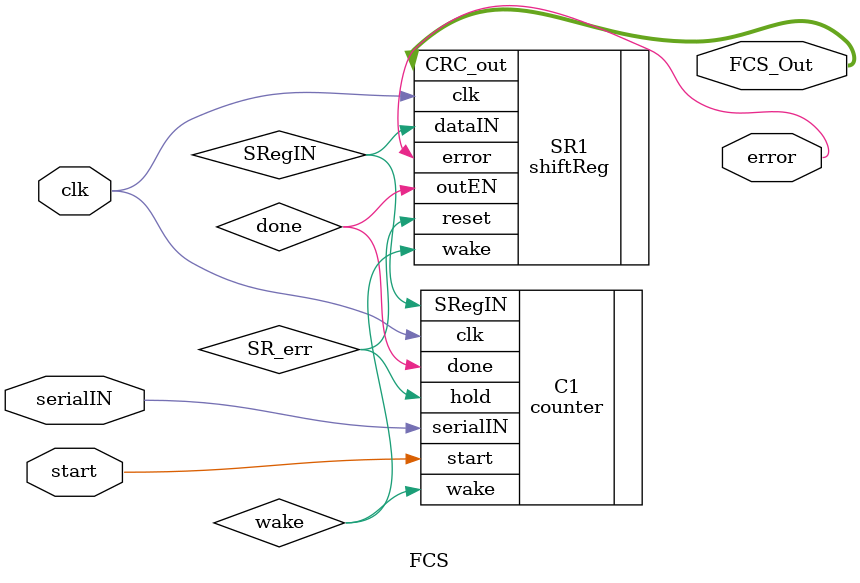
<source format=v>
`timescale 1ns / 1ps


module FCS( input serialIN,
            input start,
            output [15:0] FCS_Out,
            input clk,
            output error);
  wire SR_err;
  wire done;
  wire wake;
  wire SRegIN;
  
  // Instantiating small modules
  counter  C1(  .start(start), 
                .serialIN(serialIN),  
                .clk(clk),  
                .done(done),  
                .hold(SR_err),
                .wake(wake),  
                .SRegIN(SRegIN) );
  // shift register instantiation              
  shiftReg SR1(  .clk(clk),  
                 .reset(SR_err),  
                 .wake(wake),  
                 .dataIN(SRegIN),  
                 .outEN(done), 
                 .error(error),
                 .CRC_out(FCS_Out));
  
endmodule

</source>
